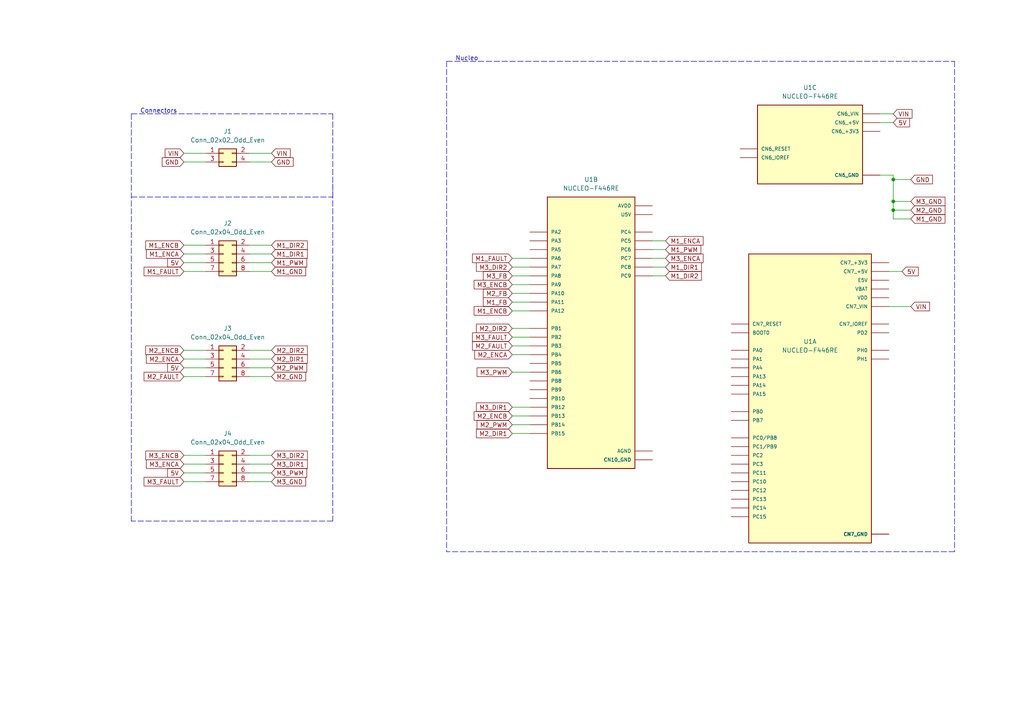
<source format=kicad_sch>
(kicad_sch (version 20211123) (generator eeschema)
  (paper "A4")
  (title_block (title "Nucleo Shield") (date "2022-06-10") (rev "V0.8") (company "By Bonnet Lilian at Eirlab"))
  (lib_symbols
    (symbol "Connector_Generic:Conn_02x02_Odd_Even" (pin_names (offset 1.016) hide)
      (property "Reference" "J" (at 1.27 2.54 0))
      (property "Value" "Conn_02x02_Odd_Even" (at 1.27 -5.08 0))
      (symbol "Conn_02x02_Odd_Even_1_1"
        (rectangle (start -1.27 -2.413) (end 0 -2.667) (stroke (width 0.1524)))
        (rectangle (start -1.27 0.127) (end 0 -0.127) (stroke (width 0.1524)))
        (rectangle (start -1.27 1.27) (end 3.81 -3.81) (stroke (width 0.254)) (fill (type background)))
        (rectangle (start 3.81 -2.413) (end 2.54 -2.667) (stroke (width 0.1524)))
        (rectangle (start 3.81 0.127) (end 2.54 -0.127) (stroke (width 0.1524)))
        (pin passive line (at -5.08 0 0) (length 3.81) (name "Pin_1") (number "1"))
        (pin passive line (at 7.62 0 180) (length 3.81) (name "Pin_2") (number "2"))
        (pin passive line (at -5.08 -2.54 0) (length 3.81) (name "Pin_3") (number "3"))
        (pin passive line (at 7.62 -2.54 180) (length 3.81) (name "Pin_4") (number "4"))
      )
    )
    (symbol "Connector_Generic:Conn_02x04_Odd_Even" (pin_names (offset 1.016) hide)
      (property "Reference" "J" (at 1.27 5.08 0))
      (property "Value" "Conn_02x04_Odd_Even" (at 1.27 -7.62 0))
      (symbol "Conn_02x04_Odd_Even_1_1"
        (rectangle (start -1.27 -4.953) (end 0 -5.207) (stroke (width 0.1524)))
        (rectangle (start -1.27 -2.413) (end 0 -2.667) (stroke (width 0.1524)))
        (rectangle (start -1.27 0.127) (end 0 -0.127) (stroke (width 0.1524)))
        (rectangle (start -1.27 2.667) (end 0 2.413) (stroke (width 0.1524)))
        (rectangle (start -1.27 3.81) (end 3.81 -6.35) (stroke (width 0.254)) (fill (type background)))
        (rectangle (start 3.81 -4.953) (end 2.54 -5.207) (stroke (width 0.1524)))
        (rectangle (start 3.81 -2.413) (end 2.54 -2.667) (stroke (width 0.1524)))
        (rectangle (start 3.81 0.127) (end 2.54 -0.127) (stroke (width 0.1524)))
        (rectangle (start 3.81 2.667) (end 2.54 2.413) (stroke (width 0.1524)))
        (pin passive line (at -5.08 2.54 0) (length 3.81) (name "Pin_1") (number "1"))
        (pin passive line (at 7.62 2.54 180) (length 3.81) (name "Pin_2") (number "2"))
        (pin passive line (at -5.08 0 0) (length 3.81) (name "Pin_3") (number "3"))
        (pin passive line (at 7.62 0 180) (length 3.81) (name "Pin_4") (number "4"))
        (pin passive line (at -5.08 -2.54 0) (length 3.81) (name "Pin_5") (number "5"))
        (pin passive line (at 7.62 -2.54 180) (length 3.81) (name "Pin_6") (number "6"))
        (pin passive line (at -5.08 -5.08 0) (length 3.81) (name "Pin_7") (number "7"))
        (pin passive line (at 7.62 -5.08 180) (length 3.81) (name "Pin_8") (number "8"))
      )
    )
    (symbol "NUCLEO-F446RE:NUCLEO-F446RE" (pin_numbers hide) (pin_names (offset 1.016))
      (property "Reference" "U" (at -17.78 41.91 0))
      (property "Value" "NUCLEO-F446RE" (at -17.78 -44.45 0))
      (symbol "NUCLEO-F446RE_1_0"
        (rectangle (start -17.78 -43.18) (end 17.78 40.64) (stroke (width 0.254)) (fill (type background)))
        (pin bidirectional line (at -22.86 -25.4 0) (length 5.08) (name "PC10") (number "CN7_1"))
        (pin bidirectional line (at 22.86 20.32 180) (length 5.08) (name "CN7_IOREF") (number "CN7_12"))
        (pin bidirectional line (at -22.86 5.08 0) (length 5.08) (name "PA13") (number "CN7_13"))
        (pin bidirectional line (at -22.86 20.32 0) (length 5.08) (name "CN7_RESET") (number "CN7_14"))
        (pin bidirectional line (at -22.86 2.54 0) (length 5.08) (name "PA14") (number "CN7_15"))
        (pin power_in line (at 22.86 38.1 180) (length 5.08) (name "CN7_+3V3") (number "CN7_16"))
        (pin bidirectional line (at -22.86 0 0) (length 5.08) (name "PA15") (number "CN7_17"))
        (pin power_in line (at 22.86 35.56 180) (length 5.08) (name "CN7_+5V") (number "CN7_18"))
        (pin power_in line (at 22.86 -40.64 180) (length 5.08) (name "CN7_GND") (number "CN7_19"))
        (pin bidirectional line (at -22.86 -22.86 0) (length 5.08) (name "PC11") (number "CN7_2"))
        (pin power_in line (at 22.86 -40.64 180) (length 5.08) (name "CN7_GND") (number "CN7_20"))
        (pin bidirectional line (at -22.86 -7.62 0) (length 5.08) (name "PB7") (number "CN7_21"))
        (pin power_in line (at 22.86 -40.64 180) (length 5.08) (name "CN7_GND") (number "CN7_22"))
        (pin bidirectional line (at -22.86 -30.48 0) (length 5.08) (name "PC13") (number "CN7_23"))
        (pin power_in line (at 22.86 25.4 180) (length 5.08) (name "CN7_VIN") (number "CN7_24"))
        (pin bidirectional line (at -22.86 -33.02 0) (length 5.08) (name "PC14") (number "CN7_25"))
        (pin bidirectional line (at -22.86 -35.56 0) (length 5.08) (name "PC15") (number "CN7_27"))
        (pin bidirectional line (at -22.86 12.7 0) (length 5.08) (name "PA0") (number "CN7_28"))
        (pin bidirectional line (at 22.86 12.7 180) (length 5.08) (name "PH0") (number "CN7_29"))
        (pin bidirectional line (at -22.86 -27.94 0) (length 5.08) (name "PC12") (number "CN7_3"))
        (pin bidirectional line (at -22.86 10.16 0) (length 5.08) (name "PA1") (number "CN7_30"))
        (pin bidirectional line (at 22.86 10.16 180) (length 5.08) (name "PH1") (number "CN7_31"))
        (pin bidirectional line (at -22.86 7.62 0) (length 5.08) (name "PA4") (number "CN7_32"))
        (pin power_in line (at 22.86 30.48 180) (length 5.08) (name "VBAT") (number "CN7_33"))
        (pin bidirectional line (at -22.86 -5.08 0) (length 5.08) (name "PB0") (number "CN7_34"))
        (pin bidirectional line (at -22.86 -17.78 0) (length 5.08) (name "PC2") (number "CN7_35"))
        (pin bidirectional line (at -22.86 -15.24 0) (length 5.08) (name "PC1/PB9") (number "CN7_36"))
        (pin bidirectional line (at -22.86 -20.32 0) (length 5.08) (name "PC3") (number "CN7_37"))
        (pin bidirectional line (at -22.86 -12.7 0) (length 5.08) (name "PC0/PB8") (number "CN7_38"))
        (pin bidirectional line (at 22.86 17.78 180) (length 5.08) (name "PD2") (number "CN7_4"))
        (pin power_in line (at 22.86 27.94 180) (length 5.08) (name "VDD") (number "CN7_5"))
        (pin power_in line (at 22.86 33.02 180) (length 5.08) (name "E5V") (number "CN7_6"))
        (pin bidirectional line (at -22.86 17.78 0) (length 5.08) (name "BOOT0") (number "CN7_7"))
        (pin power_in line (at 22.86 -40.64 180) (length 5.08) (name "CN7_GND") (number "CN7_8"))
      )
      (symbol "NUCLEO-F446RE_2_0"
        (rectangle (start -12.7 -40.64) (end 12.7 38.1) (stroke (width 0.254)) (fill (type background)))
        (pin bidirectional line (at 17.78 15.24 180) (length 5.08) (name "PC9") (number "CN10_1"))
        (pin bidirectional line (at -17.78 22.86 0) (length 5.08) (name "PA5") (number "CN10_11"))
        (pin bidirectional line (at -17.78 5.08 0) (length 5.08) (name "PA12") (number "CN10_12"))
        (pin bidirectional line (at -17.78 20.32 0) (length 5.08) (name "PA6") (number "CN10_13"))
        (pin bidirectional line (at -17.78 7.62 0) (length 5.08) (name "PA11") (number "CN10_14"))
        (pin bidirectional line (at -17.78 17.78 0) (length 5.08) (name "PA7") (number "CN10_15"))
        (pin bidirectional line (at -17.78 -22.86 0) (length 5.08) (name "PB12") (number "CN10_16"))
        (pin bidirectional line (at -17.78 -12.7 0) (length 5.08) (name "PB6") (number "CN10_17"))
        (pin bidirectional line (at 17.78 20.32 180) (length 5.08) (name "PC7") (number "CN10_19"))
        (pin bidirectional line (at 17.78 17.78 180) (length 5.08) (name "PC8") (number "CN10_2"))
        (pin power_in line (at 17.78 -38.1 180) (length 5.08) (name "CN10_GND") (number "CN10_20"))
        (pin bidirectional line (at -17.78 12.7 0) (length 5.08) (name "PA9") (number "CN10_21"))
        (pin bidirectional line (at -17.78 -2.54 0) (length 5.08) (name "PB2") (number "CN10_22"))
        (pin bidirectional line (at -17.78 15.24 0) (length 5.08) (name "PA8") (number "CN10_23"))
        (pin bidirectional line (at -17.78 0 0) (length 5.08) (name "PB1") (number "CN10_24"))
        (pin bidirectional line (at -17.78 -20.32 0) (length 5.08) (name "PB10") (number "CN10_25"))
        (pin bidirectional line (at -17.78 -30.48 0) (length 5.08) (name "PB15") (number "CN10_26"))
        (pin bidirectional line (at -17.78 -7.62 0) (length 5.08) (name "PB4") (number "CN10_27"))
        (pin bidirectional line (at -17.78 -27.94 0) (length 5.08) (name "PB14") (number "CN10_28"))
        (pin bidirectional line (at -17.78 -10.16 0) (length 5.08) (name "PB5") (number "CN10_29"))
        (pin bidirectional line (at -17.78 -15.24 0) (length 5.08) (name "PB8") (number "CN10_3"))
        (pin bidirectional line (at -17.78 -25.4 0) (length 5.08) (name "PB13") (number "CN10_30"))
        (pin bidirectional line (at -17.78 -5.08 0) (length 5.08) (name "PB3") (number "CN10_31"))
        (pin power_in line (at 17.78 -35.56 180) (length 5.08) (name "AGND") (number "CN10_32"))
        (pin bidirectional line (at -17.78 10.16 0) (length 5.08) (name "PA10") (number "CN10_33"))
        (pin bidirectional line (at 17.78 27.94 180) (length 5.08) (name "PC4") (number "CN10_34"))
        (pin bidirectional line (at -17.78 27.94 0) (length 5.08) (name "PA2") (number "CN10_35"))
        (pin bidirectional line (at -17.78 25.4 0) (length 5.08) (name "PA3") (number "CN10_37"))
        (pin bidirectional line (at 17.78 22.86 180) (length 5.08) (name "PC6") (number "CN10_4"))
        (pin bidirectional line (at -17.78 -17.78 0) (length 5.08) (name "PB9") (number "CN10_5"))
        (pin bidirectional line (at 17.78 25.4 180) (length 5.08) (name "PC5") (number "CN10_6"))
        (pin power_in line (at 17.78 35.56 180) (length 5.08) (name "AVDD") (number "CN10_7"))
        (pin power_in line (at 17.78 33.02 180) (length 5.08) (name "U5V") (number "CN10_8"))
        (pin power_in line (at 17.78 -38.1 180) (length 5.08) (name "CN10_GND") (number "CN10_9"))
      )
      (symbol "NUCLEO-F446RE_3_0"
        (rectangle (start -15.24 -12.7) (end 15.24 10.16) (stroke (width 0.254)) (fill (type background)))
        (pin bidirectional line (at -20.32 -5.08 0) (length 5.08) (name "CN6_IOREF") (number "CN6_2"))
        (pin bidirectional line (at -20.32 -2.54 0) (length 5.08) (name "CN6_RESET") (number "CN6_3"))
        (pin power_in line (at 20.32 2.54 180) (length 5.08) (name "CN6_+3V3") (number "CN6_4"))
        (pin power_in line (at 20.32 5.08 180) (length 5.08) (name "CN6_+5V") (number "CN6_5"))
        (pin power_in line (at 20.32 -10.16 180) (length 5.08) (name "CN6_GND") (number "CN6_6"))
        (pin power_in line (at 20.32 -10.16 180) (length 5.08) (name "CN6_GND") (number "CN6_7"))
        (pin power_in line (at 20.32 7.62 180) (length 5.08) (name "CN6_VIN") (number "CN6_8"))
      )
      (symbol "NUCLEO-F446RE_4_0"
        (rectangle (start -5.08 -12.7) (end 5.08 12.7) (stroke (width 0.254)) (fill (type background)))
        (pin input line (at -10.16 10.16 0) (length 5.08) (name "D0") (number "CN9_1"))
        (pin output line (at -10.16 7.62 0) (length 5.08) (name "D1") (number "CN9_2"))
        (pin bidirectional line (at -10.16 2.54 0) (length 5.08) (name "D2") (number "CN9_3"))
        (pin bidirectional line (at -10.16 0 0) (length 5.08) (name "D3") (number "CN9_4"))
        (pin bidirectional line (at -10.16 -2.54 0) (length 5.08) (name "D4") (number "CN9_5"))
        (pin bidirectional line (at -10.16 -5.08 0) (length 5.08) (name "D5") (number "CN9_6"))
        (pin bidirectional line (at -10.16 -7.62 0) (length 5.08) (name "D6") (number "CN9_7"))
        (pin bidirectional line (at -10.16 -10.16 0) (length 5.08) (name "D7") (number "CN9_8"))
      )
      (symbol "NUCLEO-F446RE_5_0"
        (rectangle (start -5.08 -10.16) (end 5.08 7.62) (stroke (width 0.254)) (fill (type background)))
        (pin input line (at -10.16 5.08 0) (length 5.08) (name "A0") (number "CN8_1"))
        (pin input line (at -10.16 2.54 0) (length 5.08) (name "A1") (number "CN8_2"))
        (pin input line (at -10.16 0 0) (length 5.08) (name "A2") (number "CN8_3"))
        (pin input line (at -10.16 -2.54 0) (length 5.08) (name "A3") (number "CN8_4"))
        (pin input line (at -10.16 -5.08 0) (length 5.08) (name "A4") (number "CN8_5"))
        (pin input line (at -10.16 -7.62 0) (length 5.08) (name "A5") (number "CN8_6"))
      )
      (symbol "NUCLEO-F446RE_6_0"
        (rectangle (start -10.16 -17.78) (end 10.16 15.24) (stroke (width 0.254)) (fill (type background)))
        (pin bidirectional line (at -15.24 7.62 0) (length 5.08) (name "D8") (number "CN5_1"))
        (pin bidirectional clock (at -15.24 -10.16 0) (length 5.08) (name "D15") (number "CN5_10"))
        (pin bidirectional line (at -15.24 5.08 0) (length 5.08) (name "D9") (number "CN5_2"))
        (pin bidirectional line (at -15.24 2.54 0) (length 5.08) (name "D10") (number "CN5_3"))
        (pin bidirectional line (at -15.24 0 0) (length 5.08) (name "D11") (number "CN5_4"))
        (pin bidirectional line (at -15.24 -2.54 0) (length 5.08) (name "D12") (number "CN5_5"))
        (pin bidirectional clock (at -15.24 -5.08 0) (length 5.08) (name "D13") (number "CN5_6"))
        (pin power_in line (at 15.24 -15.24 180) (length 5.08) (name "CN5_GND") (number "CN5_7"))
        (pin power_in line (at 15.24 12.7 180) (length 5.08) (name "AREF") (number "CN5_8"))
        (pin bidirectional line (at -15.24 -7.62 0) (length 5.08) (name "D14") (number "CN5_9"))
      )
    )
  )
  (junction (at 259.08 52.07))
  (junction (at 259.08 60.96))
  (junction (at 259.08 58.42))
  (wire (pts (xy 53.34 109.22) (xy 59.69 109.22)))
  (wire (pts (xy 259.08 60.96) (xy 264.16 60.96)))
  (wire (pts (xy 259.08 63.5) (xy 259.08 60.96)))
  (polyline (pts (xy 276.86 160.02) (xy 129.54 160.02)))
  (wire (pts (xy 72.39 44.45) (xy 78.74 44.45)))
  (wire (pts (xy 53.34 106.68) (xy 59.69 106.68)))
  (wire (pts (xy 153.67 82.55) (xy 148.59 82.55)))
  (wire (pts (xy 53.34 78.74) (xy 59.69 78.74)))
  (wire (pts (xy 72.39 101.6) (xy 78.74 101.6)))
  (wire (pts (xy 259.08 58.42) (xy 264.16 58.42)))
  (wire (pts (xy 53.34 46.99) (xy 59.69 46.99)))
  (wire (pts (xy 53.34 76.2) (xy 59.69 76.2)))
  (wire (pts (xy 257.81 88.9) (xy 264.16 88.9)))
  (wire (pts (xy 257.81 78.74) (xy 261.62 78.74)))
  (wire (pts (xy 153.67 80.01) (xy 148.59 80.01)))
  (wire (pts (xy 72.39 71.12) (xy 78.74 71.12)))
  (polyline (pts (xy 276.86 17.78) (xy 276.86 160.02)))
  (wire (pts (xy 153.67 120.65) (xy 148.59 120.65)))
  (wire (pts (xy 259.08 52.07) (xy 259.08 50.8)))
  (wire (pts (xy 53.34 44.45) (xy 59.69 44.45)))
  (polyline (pts (xy 96.52 151.13) (xy 38.1 151.13)))
  (wire (pts (xy 53.34 71.12) (xy 59.69 71.12)))
  (wire (pts (xy 72.39 73.66) (xy 78.74 73.66)))
  (wire (pts (xy 189.23 69.85) (xy 193.04 69.85)))
  (polyline (pts (xy 38.1 33.02) (xy 38.1 151.13)))
  (polyline (pts (xy 96.52 33.02) (xy 96.52 151.13)))
  (wire (pts (xy 259.08 52.07) (xy 264.16 52.07)))
  (polyline (pts (xy 129.54 17.78) (xy 276.86 17.78)))
  (wire (pts (xy 259.08 50.8) (xy 255.27 50.8)))
  (wire (pts (xy 53.34 137.16) (xy 59.69 137.16)))
  (wire (pts (xy 72.39 109.22) (xy 78.74 109.22)))
  (polyline (pts (xy 38.1 33.02) (xy 96.52 33.02)))
  (wire (pts (xy 259.08 60.96) (xy 259.08 58.42)))
  (wire (pts (xy 53.34 139.7) (xy 59.69 139.7)))
  (wire (pts (xy 153.67 90.17) (xy 148.59 90.17)))
  (wire (pts (xy 259.08 63.5) (xy 264.16 63.5)))
  (wire (pts (xy 189.23 72.39) (xy 193.04 72.39)))
  (wire (pts (xy 153.67 85.09) (xy 148.59 85.09)))
  (wire (pts (xy 153.67 74.93) (xy 148.59 74.93)))
  (wire (pts (xy 153.67 123.19) (xy 148.59 123.19)))
  (wire (pts (xy 53.34 73.66) (xy 59.69 73.66)))
  (wire (pts (xy 53.34 134.62) (xy 59.69 134.62)))
  (wire (pts (xy 53.34 104.14) (xy 59.69 104.14)))
  (wire (pts (xy 153.67 97.79) (xy 148.59 97.79)))
  (wire (pts (xy 189.23 74.93) (xy 193.04 74.93)))
  (polyline (pts (xy 96.52 57.15) (xy 96.52 53.34)))
  (wire (pts (xy 72.39 76.2) (xy 78.74 76.2)))
  (wire (pts (xy 153.67 107.95) (xy 148.59 107.95)))
  (polyline (pts (xy 38.1 57.15) (xy 96.52 57.15)))
  (wire (pts (xy 153.67 87.63) (xy 148.59 87.63)))
  (wire (pts (xy 72.39 104.14) (xy 78.74 104.14)))
  (wire (pts (xy 259.08 33.02) (xy 255.27 33.02)))
  (wire (pts (xy 72.39 78.74) (xy 78.74 78.74)))
  (polyline (pts (xy 129.54 17.78) (xy 129.54 160.02)))
  (wire (pts (xy 153.67 100.33) (xy 148.59 100.33)))
  (wire (pts (xy 72.39 134.62) (xy 78.74 134.62)))
  (wire (pts (xy 153.67 102.87) (xy 148.59 102.87)))
  (wire (pts (xy 72.39 46.99) (xy 78.74 46.99)))
  (wire (pts (xy 72.39 132.08) (xy 78.74 132.08)))
  (wire (pts (xy 259.08 58.42) (xy 259.08 52.07)))
  (wire (pts (xy 53.34 132.08) (xy 59.69 132.08)))
  (wire (pts (xy 153.67 118.11) (xy 148.59 118.11)))
  (wire (pts (xy 255.27 35.56) (xy 259.08 35.56)))
  (wire (pts (xy 153.67 95.25) (xy 148.59 95.25)))
  (wire (pts (xy 72.39 106.68) (xy 78.74 106.68)))
  (wire (pts (xy 189.23 80.01) (xy 193.04 80.01)))
  (wire (pts (xy 72.39 137.16) (xy 78.74 137.16)))
  (wire (pts (xy 189.23 77.47) (xy 193.04 77.47)))
  (wire (pts (xy 153.67 125.73) (xy 148.59 125.73)))
  (wire (pts (xy 72.39 139.7) (xy 78.74 139.7)))
  (wire (pts (xy 53.34 101.6) (xy 59.69 101.6)))
  (wire (pts (xy 153.67 77.47) (xy 148.59 77.47)))
  (text "Nucleo" (at 132.08 17.78 0) (effects (font (size 1.27 1.27)) (justify left bottom)))
  (text "Connectors" (at 40.64 33.02 0) (effects (font (size 1.27 1.27)) (justify left bottom)))
  (global_label "M3_GND" (shape input) (at 264.16 58.42 0) (property "Intersheet References" "${INTERSHEET_REFS}" (effects hide)))
  (global_label "M1_GND" (shape input) (at 264.16 63.5 0) (property "Intersheet References" "${INTERSHEET_REFS}" (effects hide)))
  (global_label "M1_FAULT" (shape input) (at 148.59 74.93 180) (property "Intersheet References" "${INTERSHEET_REFS}" (effects hide)))
  (global_label "M2_FAULT" (shape input) (at 148.59 100.33 180) (property "Intersheet References" "${INTERSHEET_REFS}" (effects hide)))
  (global_label "M2_ENCB" (shape input) (at 148.59 120.65 180) (property "Intersheet References" "${INTERSHEET_REFS}" (effects hide)))
  (global_label "5V" (shape input) (at 53.34 137.16 180) (property "Intersheet References" "${INTERSHEET_REFS}" (effects hide)))
  (global_label "M2_ENCA" (shape input) (at 53.34 104.14 180) (property "Intersheet References" "${INTERSHEET_REFS}" (effects hide)))
  (global_label "VIN" (shape input) (at 264.16 88.9 0) (property "Intersheet References" "${INTERSHEET_REFS}" (effects hide)))
  (global_label "M1_DIR1" (shape input) (at 78.74 73.66 0) (property "Intersheet References" "${INTERSHEET_REFS}" (effects hide)))
  (global_label "M3_ENCB" (shape input) (at 148.59 82.55 180) (property "Intersheet References" "${INTERSHEET_REFS}" (effects hide)))
  (global_label "VIN" (shape input) (at 53.34 44.45 180) (property "Intersheet References" "${INTERSHEET_REFS}" (effects hide)))
  (global_label "M1_DIR2" (shape input) (at 78.74 71.12 0) (property "Intersheet References" "${INTERSHEET_REFS}" (effects hide)))
  (global_label "M2_DIR2" (shape input) (at 78.74 101.6 0) (property "Intersheet References" "${INTERSHEET_REFS}" (effects hide)))
  (global_label "M1_DIR1" (shape input) (at 193.04 77.47 0) (property "Intersheet References" "${INTERSHEET_REFS}" (effects hide)))
  (global_label "M2_GND" (shape input) (at 78.74 109.22 0) (property "Intersheet References" "${INTERSHEET_REFS}" (effects hide)))
  (global_label "M3_DIR2" (shape input) (at 78.74 132.08 0) (property "Intersheet References" "${INTERSHEET_REFS}" (effects hide)))
  (global_label "M3_ENCA" (shape input) (at 193.04 74.93 0) (property "Intersheet References" "${INTERSHEET_REFS}" (effects hide)))
  (global_label "M2_ENCA" (shape input) (at 148.59 102.87 180) (property "Intersheet References" "${INTERSHEET_REFS}" (effects hide)))
  (global_label "M2_ENCB" (shape input) (at 53.34 101.6 180) (property "Intersheet References" "${INTERSHEET_REFS}" (effects hide)))
  (global_label "GND" (shape input) (at 264.16 52.07 0) (property "Intersheet References" "${INTERSHEET_REFS}" (effects hide)))
  (global_label "M3_FB" (shape input) (at 148.59 80.01 180) (property "Intersheet References" "${INTERSHEET_REFS}" (effects hide)))
  (global_label "M3_PWM" (shape input) (at 148.59 107.95 180) (property "Intersheet References" "${INTERSHEET_REFS}" (effects hide)))
  (global_label "M1_FB" (shape input) (at 148.59 87.63 180) (property "Intersheet References" "${INTERSHEET_REFS}" (effects hide)))
  (global_label "M1_PWM" (shape input) (at 193.04 72.39 0) (property "Intersheet References" "${INTERSHEET_REFS}" (effects hide)))
  (global_label "M2_DIR2" (shape input) (at 148.59 95.25 180) (property "Intersheet References" "${INTERSHEET_REFS}" (effects hide)))
  (global_label "VIN" (shape input) (at 78.74 44.45 0) (property "Intersheet References" "${INTERSHEET_REFS}" (effects hide)))
  (global_label "M3_PWM" (shape input) (at 78.74 137.16 0) (property "Intersheet References" "${INTERSHEET_REFS}" (effects hide)))
  (global_label "M2_DIR1" (shape input) (at 148.59 125.73 180) (property "Intersheet References" "${INTERSHEET_REFS}" (effects hide)))
  (global_label "M2_FAULT" (shape input) (at 53.34 109.22 180) (property "Intersheet References" "${INTERSHEET_REFS}" (effects hide)))
  (global_label "M3_DIR1" (shape input) (at 148.59 118.11 180) (property "Intersheet References" "${INTERSHEET_REFS}" (effects hide)))
  (global_label "M1_GND" (shape input) (at 78.74 78.74 0) (property "Intersheet References" "${INTERSHEET_REFS}" (effects hide)))
  (global_label "M1_FAULT" (shape input) (at 53.34 78.74 180) (property "Intersheet References" "${INTERSHEET_REFS}" (effects hide)))
  (global_label "GND" (shape input) (at 78.74 46.99 0) (property "Intersheet References" "${INTERSHEET_REFS}" (effects hide)))
  (global_label "M2_DIR1" (shape input) (at 78.74 104.14 0) (property "Intersheet References" "${INTERSHEET_REFS}" (effects hide)))
  (global_label "M1_ENCB" (shape input) (at 53.34 71.12 180) (property "Intersheet References" "${INTERSHEET_REFS}" (effects hide)))
  (global_label "M2_GND" (shape input) (at 264.16 60.96 0) (property "Intersheet References" "${INTERSHEET_REFS}" (effects hide)))
  (global_label "M1_PWM" (shape input) (at 78.74 76.2 0) (property "Intersheet References" "${INTERSHEET_REFS}" (effects hide)))
  (global_label "M1_ENCA" (shape input) (at 53.34 73.66 180) (property "Intersheet References" "${INTERSHEET_REFS}" (effects hide)))
  (global_label "M3_ENCB" (shape input) (at 53.34 132.08 180) (property "Intersheet References" "${INTERSHEET_REFS}" (effects hide)))
  (global_label "M2_PWM" (shape input) (at 78.74 106.68 0) (property "Intersheet References" "${INTERSHEET_REFS}" (effects hide)))
  (global_label "M3_ENCA" (shape input) (at 53.34 134.62 180) (property "Intersheet References" "${INTERSHEET_REFS}" (effects hide)))
  (global_label "M3_FAULT" (shape input) (at 148.59 97.79 180) (property "Intersheet References" "${INTERSHEET_REFS}" (effects hide)))
  (global_label "M1_ENCB" (shape input) (at 148.59 90.17 180) (property "Intersheet References" "${INTERSHEET_REFS}" (effects hide)))
  (global_label "5V" (shape input) (at 53.34 76.2 180) (property "Intersheet References" "${INTERSHEET_REFS}" (effects hide)))
  (global_label "M2_FB" (shape input) (at 148.59 85.09 180) (property "Intersheet References" "${INTERSHEET_REFS}" (effects hide)))
  (global_label "M3_DIR1" (shape input) (at 78.74 134.62 0) (property "Intersheet References" "${INTERSHEET_REFS}" (effects hide)))
  (global_label "5V" (shape input) (at 259.08 35.56 0) (property "Intersheet References" "${INTERSHEET_REFS}" (effects hide)))
  (global_label "M3_DIR2" (shape input) (at 148.59 77.47 180) (property "Intersheet References" "${INTERSHEET_REFS}" (effects hide)))
  (global_label "5V" (shape input) (at 261.62 78.74 0) (property "Intersheet References" "${INTERSHEET_REFS}" (effects hide)))
  (global_label "M2_PWM" (shape input) (at 148.59 123.19 180) (property "Intersheet References" "${INTERSHEET_REFS}" (effects hide)))
  (global_label "GND" (shape input) (at 53.34 46.99 180) (property "Intersheet References" "${INTERSHEET_REFS}" (effects hide)))
  (global_label "5V" (shape input) (at 53.34 106.68 180) (property "Intersheet References" "${INTERSHEET_REFS}" (effects hide)))
  (global_label "M3_FAULT" (shape input) (at 53.34 139.7 180) (property "Intersheet References" "${INTERSHEET_REFS}" (effects hide)))
  (global_label "M1_DIR2" (shape input) (at 193.04 80.01 0) (property "Intersheet References" "${INTERSHEET_REFS}" (effects hide)))
  (global_label "VIN" (shape input) (at 259.08 33.02 0) (property "Intersheet References" "${INTERSHEET_REFS}" (effects hide)))
  (global_label "M3_GND" (shape input) (at 78.74 139.7 0) (property "Intersheet References" "${INTERSHEET_REFS}" (effects hide)))
  (global_label "M1_ENCA" (shape input) (at 193.04 69.85 0) (property "Intersheet References" "${INTERSHEET_REFS}" (effects hide)))
  (symbol (lib_id "Connector_Generic:Conn_02x04_Odd_Even") (at 64.77 104.14 0) (unit 1)
    (property "Reference" "J3" (at 66.04 95.25 0))
    (property "Value" "Conn_02x04_Odd_Even" (at 66.04 97.79 0))
    (property "Footprint" "Connector_PinHeader_2.54mm:PinHeader_2x04_P2.54mm_Vertical" (effects hide))
  )
  (symbol (lib_id "NUCLEO-F446RE:NUCLEO-F446RE") (at 171.45 95.25 0) (unit 2)
    (property "Reference" "U1" (at 171.45 52.07 0))
    (property "Value" "NUCLEO-F446RE" (at 171.45 54.61 0))
    (property "Footprint" "MODULE_NUCLEO-F446RE" (effects hide))
    (property "PARTREV" "13" (effects hide))
    (property "STANDARD" "Manufacturer Recommendations" (effects hide))
    (property "MANUFACTURER" "STMicroelectronics" (effects hide))
  )
  (symbol (lib_id "NUCLEO-F446RE:NUCLEO-F446RE") (at 234.95 40.64 0) (unit 3)
    (property "Reference" "U1" (at 234.95 25.4 0))
    (property "Value" "NUCLEO-F446RE" (at 234.95 27.94 0))
    (property "Footprint" "MODULE_NUCLEO-F446RE" (effects hide))
    (property "PARTREV" "13" (effects hide))
    (property "STANDARD" "Manufacturer Recommendations" (effects hide))
    (property "MANUFACTURER" "STMicroelectronics" (effects hide))
  )
  (symbol (lib_id "NUCLEO-F446RE:NUCLEO-F446RE") (at 234.95 114.3 0) (unit 1)
    (property "Reference" "U1" (at 234.95 99.06 0))
    (property "Value" "NUCLEO-F446RE" (at 234.95 101.6 0))
    (property "Footprint" "MODULE_NUCLEO-F446RE" (effects hide))
    (property "PARTREV" "13" (effects hide))
    (property "STANDARD" "Manufacturer Recommendations" (effects hide))
    (property "MANUFACTURER" "STMicroelectronics" (effects hide))
  )
  (symbol (lib_id "Connector_Generic:Conn_02x02_Odd_Even") (at 64.77 44.45 0) (unit 1)
    (property "Reference" "J1" (at 66.04 38.1 0))
    (property "Value" "Conn_02x02_Odd_Even" (at 66.04 40.64 0))
    (property "Footprint" "Connector_PinHeader_2.54mm:PinHeader_2x02_P2.54mm_Vertical" (effects hide))
  )
  (symbol (lib_id "Connector_Generic:Conn_02x04_Odd_Even") (at 64.77 73.66 0) (unit 1)
    (property "Reference" "J2" (at 66.04 64.77 0))
    (property "Value" "Conn_02x04_Odd_Even" (at 66.04 67.31 0))
    (property "Footprint" "Connector_PinHeader_2.54mm:PinHeader_2x04_P2.54mm_Vertical" (effects hide))
  )
  (symbol (lib_id "Connector_Generic:Conn_02x04_Odd_Even") (at 64.77 134.62 0) (unit 1)
    (property "Reference" "J4" (at 66.04 125.73 0))
    (property "Value" "Conn_02x04_Odd_Even" (at 66.04 128.27 0))
    (property "Footprint" "Connector_PinHeader_2.54mm:PinHeader_2x04_P2.54mm_Vertical" (effects hide))
  )
)
</source>
